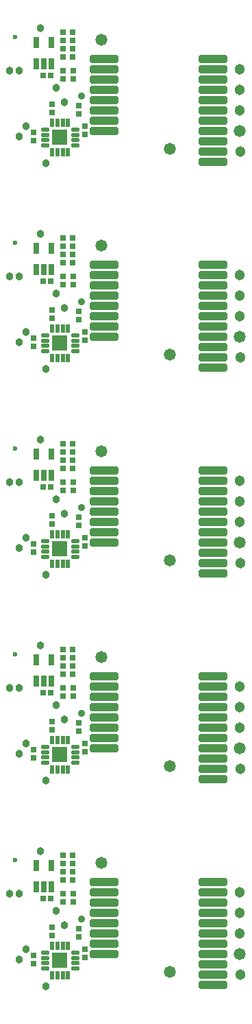
<source format=gts>
G04 Layer_Color=8388736*
%FSAX24Y24*%
%MOIN*%
G70*
G01*
G75*
%ADD20C,0.0236*%
%ADD35R,0.0277X0.0316*%
%ADD36R,0.0316X0.0316*%
%ADD37R,0.0316X0.0277*%
G04:AMPARAMS|DCode=38|XSize=140mil|YSize=40mil|CornerRadius=12mil|HoleSize=0mil|Usage=FLASHONLY|Rotation=0.000|XOffset=0mil|YOffset=0mil|HoleType=Round|Shape=RoundedRectangle|*
%AMROUNDEDRECTD38*
21,1,0.1400,0.0160,0,0,0.0*
21,1,0.1160,0.0400,0,0,0.0*
1,1,0.0240,0.0580,-0.0080*
1,1,0.0240,-0.0580,-0.0080*
1,1,0.0240,-0.0580,0.0080*
1,1,0.0240,0.0580,0.0080*
%
%ADD38ROUNDEDRECTD38*%
G04:AMPARAMS|DCode=39|XSize=23mil|YSize=41mil|CornerRadius=8.9mil|HoleSize=0mil|Usage=FLASHONLY|Rotation=0.000|XOffset=0mil|YOffset=0mil|HoleType=Round|Shape=RoundedRectangle|*
%AMROUNDEDRECTD39*
21,1,0.0230,0.0233,0,0,0.0*
21,1,0.0053,0.0410,0,0,0.0*
1,1,0.0178,0.0026,-0.0116*
1,1,0.0178,-0.0026,-0.0116*
1,1,0.0178,-0.0026,0.0116*
1,1,0.0178,0.0026,0.0116*
%
%ADD39ROUNDEDRECTD39*%
G04:AMPARAMS|DCode=40|XSize=23mil|YSize=41mil|CornerRadius=8.9mil|HoleSize=0mil|Usage=FLASHONLY|Rotation=270.000|XOffset=0mil|YOffset=0mil|HoleType=Round|Shape=RoundedRectangle|*
%AMROUNDEDRECTD40*
21,1,0.0230,0.0233,0,0,270.0*
21,1,0.0053,0.0410,0,0,270.0*
1,1,0.0178,-0.0116,-0.0026*
1,1,0.0178,-0.0116,0.0026*
1,1,0.0178,0.0116,0.0026*
1,1,0.0178,0.0116,-0.0026*
%
%ADD40ROUNDEDRECTD40*%
%ADD41R,0.0770X0.0770*%
%ADD42R,0.0300X0.0560*%
%ADD43C,0.0513*%
%ADD44C,0.0580*%
%ADD45C,0.0380*%
%ADD46C,0.0350*%
D20*
X014696Y019163D02*
D03*
Y029163D02*
D03*
Y039163D02*
D03*
Y049163D02*
D03*
Y059163D02*
D03*
D35*
X015600Y014153D02*
D03*
Y014547D02*
D03*
X017050Y019397D02*
D03*
Y019003D02*
D03*
X018100Y014847D02*
D03*
Y014453D02*
D03*
X016500Y015503D02*
D03*
Y015897D02*
D03*
X017800Y015453D02*
D03*
Y015847D02*
D03*
X017050Y018203D02*
D03*
Y018597D02*
D03*
X015600Y024153D02*
D03*
Y024547D02*
D03*
X017050Y029397D02*
D03*
Y029003D02*
D03*
X018100Y024847D02*
D03*
Y024453D02*
D03*
X016500Y025503D02*
D03*
Y025897D02*
D03*
X017800Y025453D02*
D03*
Y025847D02*
D03*
X017050Y028203D02*
D03*
Y028597D02*
D03*
X015600Y034153D02*
D03*
Y034547D02*
D03*
X017050Y039397D02*
D03*
Y039003D02*
D03*
X018100Y034847D02*
D03*
Y034453D02*
D03*
X016500Y035503D02*
D03*
Y035897D02*
D03*
X017800Y035453D02*
D03*
Y035847D02*
D03*
X017050Y038203D02*
D03*
Y038597D02*
D03*
X015600Y044153D02*
D03*
Y044547D02*
D03*
X017050Y049397D02*
D03*
Y049003D02*
D03*
X018100Y044847D02*
D03*
Y044453D02*
D03*
X016500Y045503D02*
D03*
Y045897D02*
D03*
X017800Y045453D02*
D03*
Y045847D02*
D03*
X017050Y048203D02*
D03*
Y048597D02*
D03*
X015600Y054153D02*
D03*
Y054547D02*
D03*
X017050Y059397D02*
D03*
Y059003D02*
D03*
X018100Y054847D02*
D03*
Y054453D02*
D03*
X016500Y055503D02*
D03*
Y055897D02*
D03*
X017800Y055453D02*
D03*
Y055847D02*
D03*
X017050Y058203D02*
D03*
Y058597D02*
D03*
D36*
X017500Y019397D02*
D03*
Y019003D02*
D03*
Y018597D02*
D03*
Y018203D02*
D03*
X017550Y017547D02*
D03*
Y017153D02*
D03*
X017050Y017153D02*
D03*
Y017547D02*
D03*
X017500Y029397D02*
D03*
Y029003D02*
D03*
Y028597D02*
D03*
Y028203D02*
D03*
X017550Y027547D02*
D03*
Y027153D02*
D03*
X017050Y027153D02*
D03*
Y027547D02*
D03*
X017500Y039397D02*
D03*
Y039003D02*
D03*
Y038597D02*
D03*
Y038203D02*
D03*
X017550Y037547D02*
D03*
Y037153D02*
D03*
X017050Y037153D02*
D03*
Y037547D02*
D03*
X017500Y049397D02*
D03*
Y049003D02*
D03*
Y048597D02*
D03*
Y048203D02*
D03*
X017550Y047547D02*
D03*
Y047153D02*
D03*
X017050Y047153D02*
D03*
Y047547D02*
D03*
X017500Y059397D02*
D03*
Y059003D02*
D03*
Y058597D02*
D03*
Y058203D02*
D03*
X017550Y057547D02*
D03*
Y057153D02*
D03*
X017050Y057153D02*
D03*
Y057547D02*
D03*
D37*
X016053Y017300D02*
D03*
X016447D02*
D03*
X016053Y027300D02*
D03*
X016447D02*
D03*
X016053Y037300D02*
D03*
X016447D02*
D03*
X016053Y047300D02*
D03*
X016447D02*
D03*
X016053Y057300D02*
D03*
X016447D02*
D03*
D38*
X024350Y013100D02*
D03*
Y013600D02*
D03*
Y014100D02*
D03*
Y018100D02*
D03*
Y017600D02*
D03*
Y017100D02*
D03*
Y015600D02*
D03*
Y016100D02*
D03*
Y016600D02*
D03*
Y015100D02*
D03*
Y014600D02*
D03*
X019050D02*
D03*
Y015100D02*
D03*
Y016600D02*
D03*
Y016100D02*
D03*
Y015600D02*
D03*
Y017100D02*
D03*
Y017600D02*
D03*
Y018100D02*
D03*
X024350Y023100D02*
D03*
Y023600D02*
D03*
Y024100D02*
D03*
Y028100D02*
D03*
Y027600D02*
D03*
Y027100D02*
D03*
Y025600D02*
D03*
Y026100D02*
D03*
Y026600D02*
D03*
Y025100D02*
D03*
Y024600D02*
D03*
X019050D02*
D03*
Y025100D02*
D03*
Y026600D02*
D03*
Y026100D02*
D03*
Y025600D02*
D03*
Y027100D02*
D03*
Y027600D02*
D03*
Y028100D02*
D03*
X024350Y033100D02*
D03*
Y033600D02*
D03*
Y034100D02*
D03*
Y038100D02*
D03*
Y037600D02*
D03*
Y037100D02*
D03*
Y035600D02*
D03*
Y036100D02*
D03*
Y036600D02*
D03*
Y035100D02*
D03*
Y034600D02*
D03*
X019050D02*
D03*
Y035100D02*
D03*
Y036600D02*
D03*
Y036100D02*
D03*
Y035600D02*
D03*
Y037100D02*
D03*
Y037600D02*
D03*
Y038100D02*
D03*
X024350Y043100D02*
D03*
Y043600D02*
D03*
Y044100D02*
D03*
Y048100D02*
D03*
Y047600D02*
D03*
Y047100D02*
D03*
Y045600D02*
D03*
Y046100D02*
D03*
Y046600D02*
D03*
Y045100D02*
D03*
Y044600D02*
D03*
X019050D02*
D03*
Y045100D02*
D03*
Y046600D02*
D03*
Y046100D02*
D03*
Y045600D02*
D03*
Y047100D02*
D03*
Y047600D02*
D03*
Y048100D02*
D03*
X024350Y053100D02*
D03*
Y053600D02*
D03*
Y054100D02*
D03*
Y058100D02*
D03*
Y057600D02*
D03*
Y057100D02*
D03*
Y055600D02*
D03*
Y056100D02*
D03*
Y056600D02*
D03*
Y055100D02*
D03*
Y054600D02*
D03*
X019050D02*
D03*
Y055100D02*
D03*
Y056600D02*
D03*
Y056100D02*
D03*
Y055600D02*
D03*
Y057100D02*
D03*
Y057600D02*
D03*
Y058100D02*
D03*
D39*
X016511Y013576D02*
D03*
X016771D02*
D03*
X017028D02*
D03*
X017284D02*
D03*
Y015024D02*
D03*
X017028D02*
D03*
X016771D02*
D03*
X016511D02*
D03*
Y023576D02*
D03*
X016771D02*
D03*
X017028D02*
D03*
X017284D02*
D03*
Y025024D02*
D03*
X017028D02*
D03*
X016771D02*
D03*
X016511D02*
D03*
Y033576D02*
D03*
X016771D02*
D03*
X017028D02*
D03*
X017284D02*
D03*
Y035024D02*
D03*
X017028D02*
D03*
X016771D02*
D03*
X016511D02*
D03*
Y043576D02*
D03*
X016771D02*
D03*
X017028D02*
D03*
X017284D02*
D03*
Y045024D02*
D03*
X017028D02*
D03*
X016771D02*
D03*
X016511D02*
D03*
Y053576D02*
D03*
X016771D02*
D03*
X017028D02*
D03*
X017284D02*
D03*
Y055024D02*
D03*
X017028D02*
D03*
X016771D02*
D03*
X016511D02*
D03*
D40*
X017629Y013911D02*
D03*
Y014167D02*
D03*
Y014424D02*
D03*
Y014684D02*
D03*
X016171D02*
D03*
Y014424D02*
D03*
Y014167D02*
D03*
Y013911D02*
D03*
X017629Y023911D02*
D03*
Y024167D02*
D03*
Y024424D02*
D03*
Y024684D02*
D03*
X016171D02*
D03*
Y024424D02*
D03*
Y024167D02*
D03*
Y023911D02*
D03*
X017629Y033911D02*
D03*
Y034167D02*
D03*
Y034424D02*
D03*
Y034684D02*
D03*
X016171D02*
D03*
Y034424D02*
D03*
Y034167D02*
D03*
Y033911D02*
D03*
X017629Y043911D02*
D03*
Y044167D02*
D03*
Y044424D02*
D03*
Y044684D02*
D03*
X016171D02*
D03*
Y044424D02*
D03*
Y044167D02*
D03*
Y043911D02*
D03*
X017629Y053911D02*
D03*
Y054167D02*
D03*
Y054424D02*
D03*
Y054684D02*
D03*
X016171D02*
D03*
Y054424D02*
D03*
Y054167D02*
D03*
Y053911D02*
D03*
D41*
X016881Y014294D02*
D03*
Y024294D02*
D03*
Y034294D02*
D03*
Y044294D02*
D03*
Y054294D02*
D03*
D42*
X015726Y018920D02*
D03*
X016480D02*
D03*
Y017888D02*
D03*
X016100D02*
D03*
X015726D02*
D03*
Y028920D02*
D03*
X016480D02*
D03*
Y027888D02*
D03*
X016100D02*
D03*
X015726D02*
D03*
Y038920D02*
D03*
X016480D02*
D03*
Y037888D02*
D03*
X016100D02*
D03*
X015726D02*
D03*
Y048920D02*
D03*
X016480D02*
D03*
Y047888D02*
D03*
X016100D02*
D03*
X015726D02*
D03*
Y058920D02*
D03*
X016480D02*
D03*
Y057888D02*
D03*
X016100D02*
D03*
X015726D02*
D03*
D43*
X025661Y013601D02*
D03*
X025650Y017599D02*
D03*
Y016599D02*
D03*
Y014599D02*
D03*
X025639Y015596D02*
D03*
X025661Y023601D02*
D03*
X025650Y027599D02*
D03*
Y026599D02*
D03*
Y024599D02*
D03*
X025639Y025596D02*
D03*
X025661Y033601D02*
D03*
X025650Y037599D02*
D03*
Y036599D02*
D03*
Y034599D02*
D03*
X025639Y035596D02*
D03*
X025661Y043601D02*
D03*
X025650Y047599D02*
D03*
Y046599D02*
D03*
Y044599D02*
D03*
X025639Y045596D02*
D03*
X025661Y053601D02*
D03*
X025650Y057599D02*
D03*
Y056599D02*
D03*
Y054599D02*
D03*
X025639Y055596D02*
D03*
D44*
X018900Y019050D02*
D03*
X025650Y014600D02*
D03*
X022250Y013750D02*
D03*
X018900Y029050D02*
D03*
X025650Y024600D02*
D03*
X022250Y023750D02*
D03*
X018900Y039050D02*
D03*
X025650Y034600D02*
D03*
X022250Y033750D02*
D03*
X018900Y049050D02*
D03*
X025650Y044600D02*
D03*
X022250Y043750D02*
D03*
X018900Y059050D02*
D03*
X025650Y054600D02*
D03*
X022250Y053750D02*
D03*
D45*
X017100Y016000D02*
D03*
X014900Y017550D02*
D03*
X014450D02*
D03*
X014900Y014350D02*
D03*
X016700Y016700D02*
D03*
X015950Y019600D02*
D03*
X016200Y013050D02*
D03*
X015250Y014850D02*
D03*
X017100Y026000D02*
D03*
X014900Y027550D02*
D03*
X014450D02*
D03*
X014900Y024350D02*
D03*
X016700Y026700D02*
D03*
X015950Y029600D02*
D03*
X016200Y023050D02*
D03*
X015250Y024850D02*
D03*
X017100Y036000D02*
D03*
X014900Y037550D02*
D03*
X014450D02*
D03*
X014900Y034350D02*
D03*
X016700Y036700D02*
D03*
X015950Y039600D02*
D03*
X016200Y033050D02*
D03*
X015250Y034850D02*
D03*
X017100Y046000D02*
D03*
X014900Y047550D02*
D03*
X014450D02*
D03*
X014900Y044350D02*
D03*
X016700Y046700D02*
D03*
X015950Y049600D02*
D03*
X016200Y043050D02*
D03*
X015250Y044850D02*
D03*
X017100Y056000D02*
D03*
X014900Y057550D02*
D03*
X014450D02*
D03*
X014900Y054350D02*
D03*
X016700Y056700D02*
D03*
X015950Y059600D02*
D03*
X016200Y053050D02*
D03*
X015250Y054850D02*
D03*
D46*
X017950Y016300D02*
D03*
Y026300D02*
D03*
Y036300D02*
D03*
Y046300D02*
D03*
Y056300D02*
D03*
M02*

</source>
